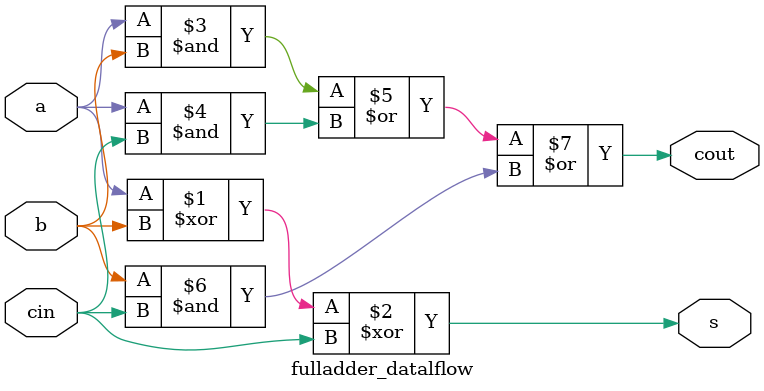
<source format=v>

module fulladder_datalflow(a, b, cin,s,cout); 

input a, b, cin;  //inputs
output s, cout;  //outputs
assign s=a^b^cin;  //sum
assign cout=(a&b)|(a&cin)|(b&cin);  //carry

endmodule

</source>
